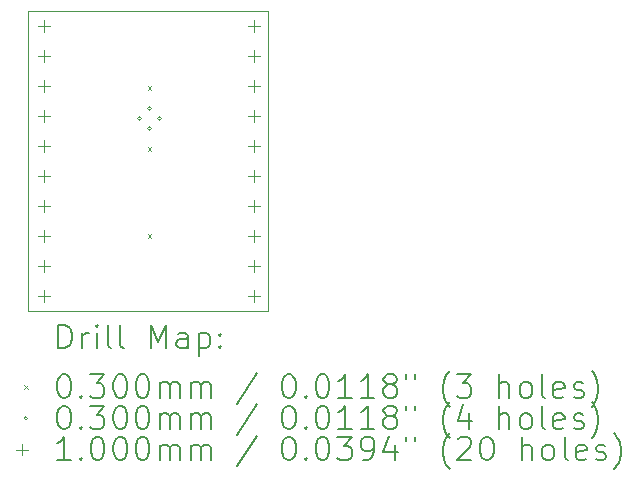
<source format=gbr>
%TF.GenerationSoftware,KiCad,Pcbnew,9.0.6*%
%TF.CreationDate,2026-01-02T14:07:04-06:00*%
%TF.ProjectId,QFN-16_3x3,51464e2d-3136-45f3-9378-332e6b696361,rev?*%
%TF.SameCoordinates,Original*%
%TF.FileFunction,Drillmap*%
%TF.FilePolarity,Positive*%
%FSLAX45Y45*%
G04 Gerber Fmt 4.5, Leading zero omitted, Abs format (unit mm)*
G04 Created by KiCad (PCBNEW 9.0.6) date 2026-01-02 14:07:04*
%MOMM*%
%LPD*%
G01*
G04 APERTURE LIST*
%ADD10C,0.050000*%
%ADD11C,0.200000*%
%ADD12C,0.100000*%
G04 APERTURE END LIST*
D10*
X12052200Y-10795336D02*
X14084200Y-10795336D01*
X14084200Y-13335336D01*
X12052200Y-13335336D01*
X12052200Y-10795336D01*
D11*
D12*
X13066000Y-11427700D02*
X13096000Y-11457700D01*
X13096000Y-11427700D02*
X13066000Y-11457700D01*
X13066000Y-11948400D02*
X13096000Y-11978400D01*
X13096000Y-11948400D02*
X13066000Y-11978400D01*
X13066000Y-12685000D02*
X13096000Y-12715000D01*
X13096000Y-12685000D02*
X13066000Y-12715000D01*
X13011147Y-11702296D02*
G75*
G02*
X12981147Y-11702296I-15000J0D01*
G01*
X12981147Y-11702296D02*
G75*
G02*
X13011147Y-11702296I15000J0D01*
G01*
X13096000Y-11617444D02*
G75*
G02*
X13066000Y-11617444I-15000J0D01*
G01*
X13066000Y-11617444D02*
G75*
G02*
X13096000Y-11617444I15000J0D01*
G01*
X13096000Y-11787149D02*
G75*
G02*
X13066000Y-11787149I-15000J0D01*
G01*
X13066000Y-11787149D02*
G75*
G02*
X13096000Y-11787149I15000J0D01*
G01*
X13180853Y-11702296D02*
G75*
G02*
X13150853Y-11702296I-15000J0D01*
G01*
X13150853Y-11702296D02*
G75*
G02*
X13180853Y-11702296I15000J0D01*
G01*
X12192000Y-10872000D02*
X12192000Y-10972000D01*
X12142000Y-10922000D02*
X12242000Y-10922000D01*
X12192000Y-11126000D02*
X12192000Y-11226000D01*
X12142000Y-11176000D02*
X12242000Y-11176000D01*
X12192000Y-11380000D02*
X12192000Y-11480000D01*
X12142000Y-11430000D02*
X12242000Y-11430000D01*
X12192000Y-11634000D02*
X12192000Y-11734000D01*
X12142000Y-11684000D02*
X12242000Y-11684000D01*
X12192000Y-11888000D02*
X12192000Y-11988000D01*
X12142000Y-11938000D02*
X12242000Y-11938000D01*
X12192000Y-12142000D02*
X12192000Y-12242000D01*
X12142000Y-12192000D02*
X12242000Y-12192000D01*
X12192000Y-12396000D02*
X12192000Y-12496000D01*
X12142000Y-12446000D02*
X12242000Y-12446000D01*
X12192000Y-12650000D02*
X12192000Y-12750000D01*
X12142000Y-12700000D02*
X12242000Y-12700000D01*
X12192000Y-12904000D02*
X12192000Y-13004000D01*
X12142000Y-12954000D02*
X12242000Y-12954000D01*
X12192000Y-13158000D02*
X12192000Y-13258000D01*
X12142000Y-13208000D02*
X12242000Y-13208000D01*
X13970000Y-10872000D02*
X13970000Y-10972000D01*
X13920000Y-10922000D02*
X14020000Y-10922000D01*
X13970000Y-11126000D02*
X13970000Y-11226000D01*
X13920000Y-11176000D02*
X14020000Y-11176000D01*
X13970000Y-11380000D02*
X13970000Y-11480000D01*
X13920000Y-11430000D02*
X14020000Y-11430000D01*
X13970000Y-11634000D02*
X13970000Y-11734000D01*
X13920000Y-11684000D02*
X14020000Y-11684000D01*
X13970000Y-11888000D02*
X13970000Y-11988000D01*
X13920000Y-11938000D02*
X14020000Y-11938000D01*
X13970000Y-12142000D02*
X13970000Y-12242000D01*
X13920000Y-12192000D02*
X14020000Y-12192000D01*
X13970000Y-12396000D02*
X13970000Y-12496000D01*
X13920000Y-12446000D02*
X14020000Y-12446000D01*
X13970000Y-12650000D02*
X13970000Y-12750000D01*
X13920000Y-12700000D02*
X14020000Y-12700000D01*
X13970000Y-12904000D02*
X13970000Y-13004000D01*
X13920000Y-12954000D02*
X14020000Y-12954000D01*
X13970000Y-13158000D02*
X13970000Y-13258000D01*
X13920000Y-13208000D02*
X14020000Y-13208000D01*
D11*
X12310477Y-13649320D02*
X12310477Y-13449320D01*
X12310477Y-13449320D02*
X12358096Y-13449320D01*
X12358096Y-13449320D02*
X12386667Y-13458843D01*
X12386667Y-13458843D02*
X12405715Y-13477891D01*
X12405715Y-13477891D02*
X12415239Y-13496939D01*
X12415239Y-13496939D02*
X12424762Y-13535034D01*
X12424762Y-13535034D02*
X12424762Y-13563605D01*
X12424762Y-13563605D02*
X12415239Y-13601701D01*
X12415239Y-13601701D02*
X12405715Y-13620748D01*
X12405715Y-13620748D02*
X12386667Y-13639796D01*
X12386667Y-13639796D02*
X12358096Y-13649320D01*
X12358096Y-13649320D02*
X12310477Y-13649320D01*
X12510477Y-13649320D02*
X12510477Y-13515986D01*
X12510477Y-13554082D02*
X12520000Y-13535034D01*
X12520000Y-13535034D02*
X12529524Y-13525510D01*
X12529524Y-13525510D02*
X12548572Y-13515986D01*
X12548572Y-13515986D02*
X12567620Y-13515986D01*
X12634286Y-13649320D02*
X12634286Y-13515986D01*
X12634286Y-13449320D02*
X12624762Y-13458843D01*
X12624762Y-13458843D02*
X12634286Y-13468367D01*
X12634286Y-13468367D02*
X12643810Y-13458843D01*
X12643810Y-13458843D02*
X12634286Y-13449320D01*
X12634286Y-13449320D02*
X12634286Y-13468367D01*
X12758096Y-13649320D02*
X12739048Y-13639796D01*
X12739048Y-13639796D02*
X12729524Y-13620748D01*
X12729524Y-13620748D02*
X12729524Y-13449320D01*
X12862858Y-13649320D02*
X12843810Y-13639796D01*
X12843810Y-13639796D02*
X12834286Y-13620748D01*
X12834286Y-13620748D02*
X12834286Y-13449320D01*
X13091429Y-13649320D02*
X13091429Y-13449320D01*
X13091429Y-13449320D02*
X13158096Y-13592177D01*
X13158096Y-13592177D02*
X13224762Y-13449320D01*
X13224762Y-13449320D02*
X13224762Y-13649320D01*
X13405715Y-13649320D02*
X13405715Y-13544558D01*
X13405715Y-13544558D02*
X13396191Y-13525510D01*
X13396191Y-13525510D02*
X13377143Y-13515986D01*
X13377143Y-13515986D02*
X13339048Y-13515986D01*
X13339048Y-13515986D02*
X13320000Y-13525510D01*
X13405715Y-13639796D02*
X13386667Y-13649320D01*
X13386667Y-13649320D02*
X13339048Y-13649320D01*
X13339048Y-13649320D02*
X13320000Y-13639796D01*
X13320000Y-13639796D02*
X13310477Y-13620748D01*
X13310477Y-13620748D02*
X13310477Y-13601701D01*
X13310477Y-13601701D02*
X13320000Y-13582653D01*
X13320000Y-13582653D02*
X13339048Y-13573129D01*
X13339048Y-13573129D02*
X13386667Y-13573129D01*
X13386667Y-13573129D02*
X13405715Y-13563605D01*
X13500953Y-13515986D02*
X13500953Y-13715986D01*
X13500953Y-13525510D02*
X13520000Y-13515986D01*
X13520000Y-13515986D02*
X13558096Y-13515986D01*
X13558096Y-13515986D02*
X13577143Y-13525510D01*
X13577143Y-13525510D02*
X13586667Y-13535034D01*
X13586667Y-13535034D02*
X13596191Y-13554082D01*
X13596191Y-13554082D02*
X13596191Y-13611224D01*
X13596191Y-13611224D02*
X13586667Y-13630272D01*
X13586667Y-13630272D02*
X13577143Y-13639796D01*
X13577143Y-13639796D02*
X13558096Y-13649320D01*
X13558096Y-13649320D02*
X13520000Y-13649320D01*
X13520000Y-13649320D02*
X13500953Y-13639796D01*
X13681905Y-13630272D02*
X13691429Y-13639796D01*
X13691429Y-13639796D02*
X13681905Y-13649320D01*
X13681905Y-13649320D02*
X13672381Y-13639796D01*
X13672381Y-13639796D02*
X13681905Y-13630272D01*
X13681905Y-13630272D02*
X13681905Y-13649320D01*
X13681905Y-13525510D02*
X13691429Y-13535034D01*
X13691429Y-13535034D02*
X13681905Y-13544558D01*
X13681905Y-13544558D02*
X13672381Y-13535034D01*
X13672381Y-13535034D02*
X13681905Y-13525510D01*
X13681905Y-13525510D02*
X13681905Y-13544558D01*
D12*
X12019700Y-13962836D02*
X12049700Y-13992836D01*
X12049700Y-13962836D02*
X12019700Y-13992836D01*
D11*
X12348572Y-13869320D02*
X12367620Y-13869320D01*
X12367620Y-13869320D02*
X12386667Y-13878843D01*
X12386667Y-13878843D02*
X12396191Y-13888367D01*
X12396191Y-13888367D02*
X12405715Y-13907415D01*
X12405715Y-13907415D02*
X12415239Y-13945510D01*
X12415239Y-13945510D02*
X12415239Y-13993129D01*
X12415239Y-13993129D02*
X12405715Y-14031224D01*
X12405715Y-14031224D02*
X12396191Y-14050272D01*
X12396191Y-14050272D02*
X12386667Y-14059796D01*
X12386667Y-14059796D02*
X12367620Y-14069320D01*
X12367620Y-14069320D02*
X12348572Y-14069320D01*
X12348572Y-14069320D02*
X12329524Y-14059796D01*
X12329524Y-14059796D02*
X12320000Y-14050272D01*
X12320000Y-14050272D02*
X12310477Y-14031224D01*
X12310477Y-14031224D02*
X12300953Y-13993129D01*
X12300953Y-13993129D02*
X12300953Y-13945510D01*
X12300953Y-13945510D02*
X12310477Y-13907415D01*
X12310477Y-13907415D02*
X12320000Y-13888367D01*
X12320000Y-13888367D02*
X12329524Y-13878843D01*
X12329524Y-13878843D02*
X12348572Y-13869320D01*
X12500953Y-14050272D02*
X12510477Y-14059796D01*
X12510477Y-14059796D02*
X12500953Y-14069320D01*
X12500953Y-14069320D02*
X12491429Y-14059796D01*
X12491429Y-14059796D02*
X12500953Y-14050272D01*
X12500953Y-14050272D02*
X12500953Y-14069320D01*
X12577143Y-13869320D02*
X12700953Y-13869320D01*
X12700953Y-13869320D02*
X12634286Y-13945510D01*
X12634286Y-13945510D02*
X12662858Y-13945510D01*
X12662858Y-13945510D02*
X12681905Y-13955034D01*
X12681905Y-13955034D02*
X12691429Y-13964558D01*
X12691429Y-13964558D02*
X12700953Y-13983605D01*
X12700953Y-13983605D02*
X12700953Y-14031224D01*
X12700953Y-14031224D02*
X12691429Y-14050272D01*
X12691429Y-14050272D02*
X12681905Y-14059796D01*
X12681905Y-14059796D02*
X12662858Y-14069320D01*
X12662858Y-14069320D02*
X12605715Y-14069320D01*
X12605715Y-14069320D02*
X12586667Y-14059796D01*
X12586667Y-14059796D02*
X12577143Y-14050272D01*
X12824762Y-13869320D02*
X12843810Y-13869320D01*
X12843810Y-13869320D02*
X12862858Y-13878843D01*
X12862858Y-13878843D02*
X12872381Y-13888367D01*
X12872381Y-13888367D02*
X12881905Y-13907415D01*
X12881905Y-13907415D02*
X12891429Y-13945510D01*
X12891429Y-13945510D02*
X12891429Y-13993129D01*
X12891429Y-13993129D02*
X12881905Y-14031224D01*
X12881905Y-14031224D02*
X12872381Y-14050272D01*
X12872381Y-14050272D02*
X12862858Y-14059796D01*
X12862858Y-14059796D02*
X12843810Y-14069320D01*
X12843810Y-14069320D02*
X12824762Y-14069320D01*
X12824762Y-14069320D02*
X12805715Y-14059796D01*
X12805715Y-14059796D02*
X12796191Y-14050272D01*
X12796191Y-14050272D02*
X12786667Y-14031224D01*
X12786667Y-14031224D02*
X12777143Y-13993129D01*
X12777143Y-13993129D02*
X12777143Y-13945510D01*
X12777143Y-13945510D02*
X12786667Y-13907415D01*
X12786667Y-13907415D02*
X12796191Y-13888367D01*
X12796191Y-13888367D02*
X12805715Y-13878843D01*
X12805715Y-13878843D02*
X12824762Y-13869320D01*
X13015239Y-13869320D02*
X13034286Y-13869320D01*
X13034286Y-13869320D02*
X13053334Y-13878843D01*
X13053334Y-13878843D02*
X13062858Y-13888367D01*
X13062858Y-13888367D02*
X13072381Y-13907415D01*
X13072381Y-13907415D02*
X13081905Y-13945510D01*
X13081905Y-13945510D02*
X13081905Y-13993129D01*
X13081905Y-13993129D02*
X13072381Y-14031224D01*
X13072381Y-14031224D02*
X13062858Y-14050272D01*
X13062858Y-14050272D02*
X13053334Y-14059796D01*
X13053334Y-14059796D02*
X13034286Y-14069320D01*
X13034286Y-14069320D02*
X13015239Y-14069320D01*
X13015239Y-14069320D02*
X12996191Y-14059796D01*
X12996191Y-14059796D02*
X12986667Y-14050272D01*
X12986667Y-14050272D02*
X12977143Y-14031224D01*
X12977143Y-14031224D02*
X12967620Y-13993129D01*
X12967620Y-13993129D02*
X12967620Y-13945510D01*
X12967620Y-13945510D02*
X12977143Y-13907415D01*
X12977143Y-13907415D02*
X12986667Y-13888367D01*
X12986667Y-13888367D02*
X12996191Y-13878843D01*
X12996191Y-13878843D02*
X13015239Y-13869320D01*
X13167620Y-14069320D02*
X13167620Y-13935986D01*
X13167620Y-13955034D02*
X13177143Y-13945510D01*
X13177143Y-13945510D02*
X13196191Y-13935986D01*
X13196191Y-13935986D02*
X13224762Y-13935986D01*
X13224762Y-13935986D02*
X13243810Y-13945510D01*
X13243810Y-13945510D02*
X13253334Y-13964558D01*
X13253334Y-13964558D02*
X13253334Y-14069320D01*
X13253334Y-13964558D02*
X13262858Y-13945510D01*
X13262858Y-13945510D02*
X13281905Y-13935986D01*
X13281905Y-13935986D02*
X13310477Y-13935986D01*
X13310477Y-13935986D02*
X13329524Y-13945510D01*
X13329524Y-13945510D02*
X13339048Y-13964558D01*
X13339048Y-13964558D02*
X13339048Y-14069320D01*
X13434286Y-14069320D02*
X13434286Y-13935986D01*
X13434286Y-13955034D02*
X13443810Y-13945510D01*
X13443810Y-13945510D02*
X13462858Y-13935986D01*
X13462858Y-13935986D02*
X13491429Y-13935986D01*
X13491429Y-13935986D02*
X13510477Y-13945510D01*
X13510477Y-13945510D02*
X13520001Y-13964558D01*
X13520001Y-13964558D02*
X13520001Y-14069320D01*
X13520001Y-13964558D02*
X13529524Y-13945510D01*
X13529524Y-13945510D02*
X13548572Y-13935986D01*
X13548572Y-13935986D02*
X13577143Y-13935986D01*
X13577143Y-13935986D02*
X13596191Y-13945510D01*
X13596191Y-13945510D02*
X13605715Y-13964558D01*
X13605715Y-13964558D02*
X13605715Y-14069320D01*
X13996191Y-13859796D02*
X13824763Y-14116939D01*
X14253334Y-13869320D02*
X14272382Y-13869320D01*
X14272382Y-13869320D02*
X14291429Y-13878843D01*
X14291429Y-13878843D02*
X14300953Y-13888367D01*
X14300953Y-13888367D02*
X14310477Y-13907415D01*
X14310477Y-13907415D02*
X14320001Y-13945510D01*
X14320001Y-13945510D02*
X14320001Y-13993129D01*
X14320001Y-13993129D02*
X14310477Y-14031224D01*
X14310477Y-14031224D02*
X14300953Y-14050272D01*
X14300953Y-14050272D02*
X14291429Y-14059796D01*
X14291429Y-14059796D02*
X14272382Y-14069320D01*
X14272382Y-14069320D02*
X14253334Y-14069320D01*
X14253334Y-14069320D02*
X14234286Y-14059796D01*
X14234286Y-14059796D02*
X14224763Y-14050272D01*
X14224763Y-14050272D02*
X14215239Y-14031224D01*
X14215239Y-14031224D02*
X14205715Y-13993129D01*
X14205715Y-13993129D02*
X14205715Y-13945510D01*
X14205715Y-13945510D02*
X14215239Y-13907415D01*
X14215239Y-13907415D02*
X14224763Y-13888367D01*
X14224763Y-13888367D02*
X14234286Y-13878843D01*
X14234286Y-13878843D02*
X14253334Y-13869320D01*
X14405715Y-14050272D02*
X14415239Y-14059796D01*
X14415239Y-14059796D02*
X14405715Y-14069320D01*
X14405715Y-14069320D02*
X14396191Y-14059796D01*
X14396191Y-14059796D02*
X14405715Y-14050272D01*
X14405715Y-14050272D02*
X14405715Y-14069320D01*
X14539048Y-13869320D02*
X14558096Y-13869320D01*
X14558096Y-13869320D02*
X14577144Y-13878843D01*
X14577144Y-13878843D02*
X14586667Y-13888367D01*
X14586667Y-13888367D02*
X14596191Y-13907415D01*
X14596191Y-13907415D02*
X14605715Y-13945510D01*
X14605715Y-13945510D02*
X14605715Y-13993129D01*
X14605715Y-13993129D02*
X14596191Y-14031224D01*
X14596191Y-14031224D02*
X14586667Y-14050272D01*
X14586667Y-14050272D02*
X14577144Y-14059796D01*
X14577144Y-14059796D02*
X14558096Y-14069320D01*
X14558096Y-14069320D02*
X14539048Y-14069320D01*
X14539048Y-14069320D02*
X14520001Y-14059796D01*
X14520001Y-14059796D02*
X14510477Y-14050272D01*
X14510477Y-14050272D02*
X14500953Y-14031224D01*
X14500953Y-14031224D02*
X14491429Y-13993129D01*
X14491429Y-13993129D02*
X14491429Y-13945510D01*
X14491429Y-13945510D02*
X14500953Y-13907415D01*
X14500953Y-13907415D02*
X14510477Y-13888367D01*
X14510477Y-13888367D02*
X14520001Y-13878843D01*
X14520001Y-13878843D02*
X14539048Y-13869320D01*
X14796191Y-14069320D02*
X14681905Y-14069320D01*
X14739048Y-14069320D02*
X14739048Y-13869320D01*
X14739048Y-13869320D02*
X14720001Y-13897891D01*
X14720001Y-13897891D02*
X14700953Y-13916939D01*
X14700953Y-13916939D02*
X14681905Y-13926462D01*
X14986667Y-14069320D02*
X14872382Y-14069320D01*
X14929524Y-14069320D02*
X14929524Y-13869320D01*
X14929524Y-13869320D02*
X14910477Y-13897891D01*
X14910477Y-13897891D02*
X14891429Y-13916939D01*
X14891429Y-13916939D02*
X14872382Y-13926462D01*
X15100953Y-13955034D02*
X15081905Y-13945510D01*
X15081905Y-13945510D02*
X15072382Y-13935986D01*
X15072382Y-13935986D02*
X15062858Y-13916939D01*
X15062858Y-13916939D02*
X15062858Y-13907415D01*
X15062858Y-13907415D02*
X15072382Y-13888367D01*
X15072382Y-13888367D02*
X15081905Y-13878843D01*
X15081905Y-13878843D02*
X15100953Y-13869320D01*
X15100953Y-13869320D02*
X15139048Y-13869320D01*
X15139048Y-13869320D02*
X15158096Y-13878843D01*
X15158096Y-13878843D02*
X15167620Y-13888367D01*
X15167620Y-13888367D02*
X15177144Y-13907415D01*
X15177144Y-13907415D02*
X15177144Y-13916939D01*
X15177144Y-13916939D02*
X15167620Y-13935986D01*
X15167620Y-13935986D02*
X15158096Y-13945510D01*
X15158096Y-13945510D02*
X15139048Y-13955034D01*
X15139048Y-13955034D02*
X15100953Y-13955034D01*
X15100953Y-13955034D02*
X15081905Y-13964558D01*
X15081905Y-13964558D02*
X15072382Y-13974082D01*
X15072382Y-13974082D02*
X15062858Y-13993129D01*
X15062858Y-13993129D02*
X15062858Y-14031224D01*
X15062858Y-14031224D02*
X15072382Y-14050272D01*
X15072382Y-14050272D02*
X15081905Y-14059796D01*
X15081905Y-14059796D02*
X15100953Y-14069320D01*
X15100953Y-14069320D02*
X15139048Y-14069320D01*
X15139048Y-14069320D02*
X15158096Y-14059796D01*
X15158096Y-14059796D02*
X15167620Y-14050272D01*
X15167620Y-14050272D02*
X15177144Y-14031224D01*
X15177144Y-14031224D02*
X15177144Y-13993129D01*
X15177144Y-13993129D02*
X15167620Y-13974082D01*
X15167620Y-13974082D02*
X15158096Y-13964558D01*
X15158096Y-13964558D02*
X15139048Y-13955034D01*
X15253334Y-13869320D02*
X15253334Y-13907415D01*
X15329525Y-13869320D02*
X15329525Y-13907415D01*
X15624763Y-14145510D02*
X15615239Y-14135986D01*
X15615239Y-14135986D02*
X15596191Y-14107415D01*
X15596191Y-14107415D02*
X15586667Y-14088367D01*
X15586667Y-14088367D02*
X15577144Y-14059796D01*
X15577144Y-14059796D02*
X15567620Y-14012177D01*
X15567620Y-14012177D02*
X15567620Y-13974082D01*
X15567620Y-13974082D02*
X15577144Y-13926462D01*
X15577144Y-13926462D02*
X15586667Y-13897891D01*
X15586667Y-13897891D02*
X15596191Y-13878843D01*
X15596191Y-13878843D02*
X15615239Y-13850272D01*
X15615239Y-13850272D02*
X15624763Y-13840748D01*
X15681906Y-13869320D02*
X15805715Y-13869320D01*
X15805715Y-13869320D02*
X15739048Y-13945510D01*
X15739048Y-13945510D02*
X15767620Y-13945510D01*
X15767620Y-13945510D02*
X15786667Y-13955034D01*
X15786667Y-13955034D02*
X15796191Y-13964558D01*
X15796191Y-13964558D02*
X15805715Y-13983605D01*
X15805715Y-13983605D02*
X15805715Y-14031224D01*
X15805715Y-14031224D02*
X15796191Y-14050272D01*
X15796191Y-14050272D02*
X15786667Y-14059796D01*
X15786667Y-14059796D02*
X15767620Y-14069320D01*
X15767620Y-14069320D02*
X15710477Y-14069320D01*
X15710477Y-14069320D02*
X15691429Y-14059796D01*
X15691429Y-14059796D02*
X15681906Y-14050272D01*
X16043810Y-14069320D02*
X16043810Y-13869320D01*
X16129525Y-14069320D02*
X16129525Y-13964558D01*
X16129525Y-13964558D02*
X16120001Y-13945510D01*
X16120001Y-13945510D02*
X16100953Y-13935986D01*
X16100953Y-13935986D02*
X16072382Y-13935986D01*
X16072382Y-13935986D02*
X16053334Y-13945510D01*
X16053334Y-13945510D02*
X16043810Y-13955034D01*
X16253334Y-14069320D02*
X16234287Y-14059796D01*
X16234287Y-14059796D02*
X16224763Y-14050272D01*
X16224763Y-14050272D02*
X16215239Y-14031224D01*
X16215239Y-14031224D02*
X16215239Y-13974082D01*
X16215239Y-13974082D02*
X16224763Y-13955034D01*
X16224763Y-13955034D02*
X16234287Y-13945510D01*
X16234287Y-13945510D02*
X16253334Y-13935986D01*
X16253334Y-13935986D02*
X16281906Y-13935986D01*
X16281906Y-13935986D02*
X16300953Y-13945510D01*
X16300953Y-13945510D02*
X16310477Y-13955034D01*
X16310477Y-13955034D02*
X16320001Y-13974082D01*
X16320001Y-13974082D02*
X16320001Y-14031224D01*
X16320001Y-14031224D02*
X16310477Y-14050272D01*
X16310477Y-14050272D02*
X16300953Y-14059796D01*
X16300953Y-14059796D02*
X16281906Y-14069320D01*
X16281906Y-14069320D02*
X16253334Y-14069320D01*
X16434287Y-14069320D02*
X16415239Y-14059796D01*
X16415239Y-14059796D02*
X16405715Y-14040748D01*
X16405715Y-14040748D02*
X16405715Y-13869320D01*
X16586668Y-14059796D02*
X16567620Y-14069320D01*
X16567620Y-14069320D02*
X16529525Y-14069320D01*
X16529525Y-14069320D02*
X16510477Y-14059796D01*
X16510477Y-14059796D02*
X16500953Y-14040748D01*
X16500953Y-14040748D02*
X16500953Y-13964558D01*
X16500953Y-13964558D02*
X16510477Y-13945510D01*
X16510477Y-13945510D02*
X16529525Y-13935986D01*
X16529525Y-13935986D02*
X16567620Y-13935986D01*
X16567620Y-13935986D02*
X16586668Y-13945510D01*
X16586668Y-13945510D02*
X16596191Y-13964558D01*
X16596191Y-13964558D02*
X16596191Y-13983605D01*
X16596191Y-13983605D02*
X16500953Y-14002653D01*
X16672382Y-14059796D02*
X16691429Y-14069320D01*
X16691429Y-14069320D02*
X16729525Y-14069320D01*
X16729525Y-14069320D02*
X16748572Y-14059796D01*
X16748572Y-14059796D02*
X16758096Y-14040748D01*
X16758096Y-14040748D02*
X16758096Y-14031224D01*
X16758096Y-14031224D02*
X16748572Y-14012177D01*
X16748572Y-14012177D02*
X16729525Y-14002653D01*
X16729525Y-14002653D02*
X16700953Y-14002653D01*
X16700953Y-14002653D02*
X16681906Y-13993129D01*
X16681906Y-13993129D02*
X16672382Y-13974082D01*
X16672382Y-13974082D02*
X16672382Y-13964558D01*
X16672382Y-13964558D02*
X16681906Y-13945510D01*
X16681906Y-13945510D02*
X16700953Y-13935986D01*
X16700953Y-13935986D02*
X16729525Y-13935986D01*
X16729525Y-13935986D02*
X16748572Y-13945510D01*
X16824763Y-14145510D02*
X16834287Y-14135986D01*
X16834287Y-14135986D02*
X16853334Y-14107415D01*
X16853334Y-14107415D02*
X16862858Y-14088367D01*
X16862858Y-14088367D02*
X16872382Y-14059796D01*
X16872382Y-14059796D02*
X16881906Y-14012177D01*
X16881906Y-14012177D02*
X16881906Y-13974082D01*
X16881906Y-13974082D02*
X16872382Y-13926462D01*
X16872382Y-13926462D02*
X16862858Y-13897891D01*
X16862858Y-13897891D02*
X16853334Y-13878843D01*
X16853334Y-13878843D02*
X16834287Y-13850272D01*
X16834287Y-13850272D02*
X16824763Y-13840748D01*
D12*
X12049700Y-14241836D02*
G75*
G02*
X12019700Y-14241836I-15000J0D01*
G01*
X12019700Y-14241836D02*
G75*
G02*
X12049700Y-14241836I15000J0D01*
G01*
D11*
X12348572Y-14133320D02*
X12367620Y-14133320D01*
X12367620Y-14133320D02*
X12386667Y-14142843D01*
X12386667Y-14142843D02*
X12396191Y-14152367D01*
X12396191Y-14152367D02*
X12405715Y-14171415D01*
X12405715Y-14171415D02*
X12415239Y-14209510D01*
X12415239Y-14209510D02*
X12415239Y-14257129D01*
X12415239Y-14257129D02*
X12405715Y-14295224D01*
X12405715Y-14295224D02*
X12396191Y-14314272D01*
X12396191Y-14314272D02*
X12386667Y-14323796D01*
X12386667Y-14323796D02*
X12367620Y-14333320D01*
X12367620Y-14333320D02*
X12348572Y-14333320D01*
X12348572Y-14333320D02*
X12329524Y-14323796D01*
X12329524Y-14323796D02*
X12320000Y-14314272D01*
X12320000Y-14314272D02*
X12310477Y-14295224D01*
X12310477Y-14295224D02*
X12300953Y-14257129D01*
X12300953Y-14257129D02*
X12300953Y-14209510D01*
X12300953Y-14209510D02*
X12310477Y-14171415D01*
X12310477Y-14171415D02*
X12320000Y-14152367D01*
X12320000Y-14152367D02*
X12329524Y-14142843D01*
X12329524Y-14142843D02*
X12348572Y-14133320D01*
X12500953Y-14314272D02*
X12510477Y-14323796D01*
X12510477Y-14323796D02*
X12500953Y-14333320D01*
X12500953Y-14333320D02*
X12491429Y-14323796D01*
X12491429Y-14323796D02*
X12500953Y-14314272D01*
X12500953Y-14314272D02*
X12500953Y-14333320D01*
X12577143Y-14133320D02*
X12700953Y-14133320D01*
X12700953Y-14133320D02*
X12634286Y-14209510D01*
X12634286Y-14209510D02*
X12662858Y-14209510D01*
X12662858Y-14209510D02*
X12681905Y-14219034D01*
X12681905Y-14219034D02*
X12691429Y-14228558D01*
X12691429Y-14228558D02*
X12700953Y-14247605D01*
X12700953Y-14247605D02*
X12700953Y-14295224D01*
X12700953Y-14295224D02*
X12691429Y-14314272D01*
X12691429Y-14314272D02*
X12681905Y-14323796D01*
X12681905Y-14323796D02*
X12662858Y-14333320D01*
X12662858Y-14333320D02*
X12605715Y-14333320D01*
X12605715Y-14333320D02*
X12586667Y-14323796D01*
X12586667Y-14323796D02*
X12577143Y-14314272D01*
X12824762Y-14133320D02*
X12843810Y-14133320D01*
X12843810Y-14133320D02*
X12862858Y-14142843D01*
X12862858Y-14142843D02*
X12872381Y-14152367D01*
X12872381Y-14152367D02*
X12881905Y-14171415D01*
X12881905Y-14171415D02*
X12891429Y-14209510D01*
X12891429Y-14209510D02*
X12891429Y-14257129D01*
X12891429Y-14257129D02*
X12881905Y-14295224D01*
X12881905Y-14295224D02*
X12872381Y-14314272D01*
X12872381Y-14314272D02*
X12862858Y-14323796D01*
X12862858Y-14323796D02*
X12843810Y-14333320D01*
X12843810Y-14333320D02*
X12824762Y-14333320D01*
X12824762Y-14333320D02*
X12805715Y-14323796D01*
X12805715Y-14323796D02*
X12796191Y-14314272D01*
X12796191Y-14314272D02*
X12786667Y-14295224D01*
X12786667Y-14295224D02*
X12777143Y-14257129D01*
X12777143Y-14257129D02*
X12777143Y-14209510D01*
X12777143Y-14209510D02*
X12786667Y-14171415D01*
X12786667Y-14171415D02*
X12796191Y-14152367D01*
X12796191Y-14152367D02*
X12805715Y-14142843D01*
X12805715Y-14142843D02*
X12824762Y-14133320D01*
X13015239Y-14133320D02*
X13034286Y-14133320D01*
X13034286Y-14133320D02*
X13053334Y-14142843D01*
X13053334Y-14142843D02*
X13062858Y-14152367D01*
X13062858Y-14152367D02*
X13072381Y-14171415D01*
X13072381Y-14171415D02*
X13081905Y-14209510D01*
X13081905Y-14209510D02*
X13081905Y-14257129D01*
X13081905Y-14257129D02*
X13072381Y-14295224D01*
X13072381Y-14295224D02*
X13062858Y-14314272D01*
X13062858Y-14314272D02*
X13053334Y-14323796D01*
X13053334Y-14323796D02*
X13034286Y-14333320D01*
X13034286Y-14333320D02*
X13015239Y-14333320D01*
X13015239Y-14333320D02*
X12996191Y-14323796D01*
X12996191Y-14323796D02*
X12986667Y-14314272D01*
X12986667Y-14314272D02*
X12977143Y-14295224D01*
X12977143Y-14295224D02*
X12967620Y-14257129D01*
X12967620Y-14257129D02*
X12967620Y-14209510D01*
X12967620Y-14209510D02*
X12977143Y-14171415D01*
X12977143Y-14171415D02*
X12986667Y-14152367D01*
X12986667Y-14152367D02*
X12996191Y-14142843D01*
X12996191Y-14142843D02*
X13015239Y-14133320D01*
X13167620Y-14333320D02*
X13167620Y-14199986D01*
X13167620Y-14219034D02*
X13177143Y-14209510D01*
X13177143Y-14209510D02*
X13196191Y-14199986D01*
X13196191Y-14199986D02*
X13224762Y-14199986D01*
X13224762Y-14199986D02*
X13243810Y-14209510D01*
X13243810Y-14209510D02*
X13253334Y-14228558D01*
X13253334Y-14228558D02*
X13253334Y-14333320D01*
X13253334Y-14228558D02*
X13262858Y-14209510D01*
X13262858Y-14209510D02*
X13281905Y-14199986D01*
X13281905Y-14199986D02*
X13310477Y-14199986D01*
X13310477Y-14199986D02*
X13329524Y-14209510D01*
X13329524Y-14209510D02*
X13339048Y-14228558D01*
X13339048Y-14228558D02*
X13339048Y-14333320D01*
X13434286Y-14333320D02*
X13434286Y-14199986D01*
X13434286Y-14219034D02*
X13443810Y-14209510D01*
X13443810Y-14209510D02*
X13462858Y-14199986D01*
X13462858Y-14199986D02*
X13491429Y-14199986D01*
X13491429Y-14199986D02*
X13510477Y-14209510D01*
X13510477Y-14209510D02*
X13520001Y-14228558D01*
X13520001Y-14228558D02*
X13520001Y-14333320D01*
X13520001Y-14228558D02*
X13529524Y-14209510D01*
X13529524Y-14209510D02*
X13548572Y-14199986D01*
X13548572Y-14199986D02*
X13577143Y-14199986D01*
X13577143Y-14199986D02*
X13596191Y-14209510D01*
X13596191Y-14209510D02*
X13605715Y-14228558D01*
X13605715Y-14228558D02*
X13605715Y-14333320D01*
X13996191Y-14123796D02*
X13824763Y-14380939D01*
X14253334Y-14133320D02*
X14272382Y-14133320D01*
X14272382Y-14133320D02*
X14291429Y-14142843D01*
X14291429Y-14142843D02*
X14300953Y-14152367D01*
X14300953Y-14152367D02*
X14310477Y-14171415D01*
X14310477Y-14171415D02*
X14320001Y-14209510D01*
X14320001Y-14209510D02*
X14320001Y-14257129D01*
X14320001Y-14257129D02*
X14310477Y-14295224D01*
X14310477Y-14295224D02*
X14300953Y-14314272D01*
X14300953Y-14314272D02*
X14291429Y-14323796D01*
X14291429Y-14323796D02*
X14272382Y-14333320D01*
X14272382Y-14333320D02*
X14253334Y-14333320D01*
X14253334Y-14333320D02*
X14234286Y-14323796D01*
X14234286Y-14323796D02*
X14224763Y-14314272D01*
X14224763Y-14314272D02*
X14215239Y-14295224D01*
X14215239Y-14295224D02*
X14205715Y-14257129D01*
X14205715Y-14257129D02*
X14205715Y-14209510D01*
X14205715Y-14209510D02*
X14215239Y-14171415D01*
X14215239Y-14171415D02*
X14224763Y-14152367D01*
X14224763Y-14152367D02*
X14234286Y-14142843D01*
X14234286Y-14142843D02*
X14253334Y-14133320D01*
X14405715Y-14314272D02*
X14415239Y-14323796D01*
X14415239Y-14323796D02*
X14405715Y-14333320D01*
X14405715Y-14333320D02*
X14396191Y-14323796D01*
X14396191Y-14323796D02*
X14405715Y-14314272D01*
X14405715Y-14314272D02*
X14405715Y-14333320D01*
X14539048Y-14133320D02*
X14558096Y-14133320D01*
X14558096Y-14133320D02*
X14577144Y-14142843D01*
X14577144Y-14142843D02*
X14586667Y-14152367D01*
X14586667Y-14152367D02*
X14596191Y-14171415D01*
X14596191Y-14171415D02*
X14605715Y-14209510D01*
X14605715Y-14209510D02*
X14605715Y-14257129D01*
X14605715Y-14257129D02*
X14596191Y-14295224D01*
X14596191Y-14295224D02*
X14586667Y-14314272D01*
X14586667Y-14314272D02*
X14577144Y-14323796D01*
X14577144Y-14323796D02*
X14558096Y-14333320D01*
X14558096Y-14333320D02*
X14539048Y-14333320D01*
X14539048Y-14333320D02*
X14520001Y-14323796D01*
X14520001Y-14323796D02*
X14510477Y-14314272D01*
X14510477Y-14314272D02*
X14500953Y-14295224D01*
X14500953Y-14295224D02*
X14491429Y-14257129D01*
X14491429Y-14257129D02*
X14491429Y-14209510D01*
X14491429Y-14209510D02*
X14500953Y-14171415D01*
X14500953Y-14171415D02*
X14510477Y-14152367D01*
X14510477Y-14152367D02*
X14520001Y-14142843D01*
X14520001Y-14142843D02*
X14539048Y-14133320D01*
X14796191Y-14333320D02*
X14681905Y-14333320D01*
X14739048Y-14333320D02*
X14739048Y-14133320D01*
X14739048Y-14133320D02*
X14720001Y-14161891D01*
X14720001Y-14161891D02*
X14700953Y-14180939D01*
X14700953Y-14180939D02*
X14681905Y-14190462D01*
X14986667Y-14333320D02*
X14872382Y-14333320D01*
X14929524Y-14333320D02*
X14929524Y-14133320D01*
X14929524Y-14133320D02*
X14910477Y-14161891D01*
X14910477Y-14161891D02*
X14891429Y-14180939D01*
X14891429Y-14180939D02*
X14872382Y-14190462D01*
X15100953Y-14219034D02*
X15081905Y-14209510D01*
X15081905Y-14209510D02*
X15072382Y-14199986D01*
X15072382Y-14199986D02*
X15062858Y-14180939D01*
X15062858Y-14180939D02*
X15062858Y-14171415D01*
X15062858Y-14171415D02*
X15072382Y-14152367D01*
X15072382Y-14152367D02*
X15081905Y-14142843D01*
X15081905Y-14142843D02*
X15100953Y-14133320D01*
X15100953Y-14133320D02*
X15139048Y-14133320D01*
X15139048Y-14133320D02*
X15158096Y-14142843D01*
X15158096Y-14142843D02*
X15167620Y-14152367D01*
X15167620Y-14152367D02*
X15177144Y-14171415D01*
X15177144Y-14171415D02*
X15177144Y-14180939D01*
X15177144Y-14180939D02*
X15167620Y-14199986D01*
X15167620Y-14199986D02*
X15158096Y-14209510D01*
X15158096Y-14209510D02*
X15139048Y-14219034D01*
X15139048Y-14219034D02*
X15100953Y-14219034D01*
X15100953Y-14219034D02*
X15081905Y-14228558D01*
X15081905Y-14228558D02*
X15072382Y-14238082D01*
X15072382Y-14238082D02*
X15062858Y-14257129D01*
X15062858Y-14257129D02*
X15062858Y-14295224D01*
X15062858Y-14295224D02*
X15072382Y-14314272D01*
X15072382Y-14314272D02*
X15081905Y-14323796D01*
X15081905Y-14323796D02*
X15100953Y-14333320D01*
X15100953Y-14333320D02*
X15139048Y-14333320D01*
X15139048Y-14333320D02*
X15158096Y-14323796D01*
X15158096Y-14323796D02*
X15167620Y-14314272D01*
X15167620Y-14314272D02*
X15177144Y-14295224D01*
X15177144Y-14295224D02*
X15177144Y-14257129D01*
X15177144Y-14257129D02*
X15167620Y-14238082D01*
X15167620Y-14238082D02*
X15158096Y-14228558D01*
X15158096Y-14228558D02*
X15139048Y-14219034D01*
X15253334Y-14133320D02*
X15253334Y-14171415D01*
X15329525Y-14133320D02*
X15329525Y-14171415D01*
X15624763Y-14409510D02*
X15615239Y-14399986D01*
X15615239Y-14399986D02*
X15596191Y-14371415D01*
X15596191Y-14371415D02*
X15586667Y-14352367D01*
X15586667Y-14352367D02*
X15577144Y-14323796D01*
X15577144Y-14323796D02*
X15567620Y-14276177D01*
X15567620Y-14276177D02*
X15567620Y-14238082D01*
X15567620Y-14238082D02*
X15577144Y-14190462D01*
X15577144Y-14190462D02*
X15586667Y-14161891D01*
X15586667Y-14161891D02*
X15596191Y-14142843D01*
X15596191Y-14142843D02*
X15615239Y-14114272D01*
X15615239Y-14114272D02*
X15624763Y-14104748D01*
X15786667Y-14199986D02*
X15786667Y-14333320D01*
X15739048Y-14123796D02*
X15691429Y-14266653D01*
X15691429Y-14266653D02*
X15815239Y-14266653D01*
X16043810Y-14333320D02*
X16043810Y-14133320D01*
X16129525Y-14333320D02*
X16129525Y-14228558D01*
X16129525Y-14228558D02*
X16120001Y-14209510D01*
X16120001Y-14209510D02*
X16100953Y-14199986D01*
X16100953Y-14199986D02*
X16072382Y-14199986D01*
X16072382Y-14199986D02*
X16053334Y-14209510D01*
X16053334Y-14209510D02*
X16043810Y-14219034D01*
X16253334Y-14333320D02*
X16234287Y-14323796D01*
X16234287Y-14323796D02*
X16224763Y-14314272D01*
X16224763Y-14314272D02*
X16215239Y-14295224D01*
X16215239Y-14295224D02*
X16215239Y-14238082D01*
X16215239Y-14238082D02*
X16224763Y-14219034D01*
X16224763Y-14219034D02*
X16234287Y-14209510D01*
X16234287Y-14209510D02*
X16253334Y-14199986D01*
X16253334Y-14199986D02*
X16281906Y-14199986D01*
X16281906Y-14199986D02*
X16300953Y-14209510D01*
X16300953Y-14209510D02*
X16310477Y-14219034D01*
X16310477Y-14219034D02*
X16320001Y-14238082D01*
X16320001Y-14238082D02*
X16320001Y-14295224D01*
X16320001Y-14295224D02*
X16310477Y-14314272D01*
X16310477Y-14314272D02*
X16300953Y-14323796D01*
X16300953Y-14323796D02*
X16281906Y-14333320D01*
X16281906Y-14333320D02*
X16253334Y-14333320D01*
X16434287Y-14333320D02*
X16415239Y-14323796D01*
X16415239Y-14323796D02*
X16405715Y-14304748D01*
X16405715Y-14304748D02*
X16405715Y-14133320D01*
X16586668Y-14323796D02*
X16567620Y-14333320D01*
X16567620Y-14333320D02*
X16529525Y-14333320D01*
X16529525Y-14333320D02*
X16510477Y-14323796D01*
X16510477Y-14323796D02*
X16500953Y-14304748D01*
X16500953Y-14304748D02*
X16500953Y-14228558D01*
X16500953Y-14228558D02*
X16510477Y-14209510D01*
X16510477Y-14209510D02*
X16529525Y-14199986D01*
X16529525Y-14199986D02*
X16567620Y-14199986D01*
X16567620Y-14199986D02*
X16586668Y-14209510D01*
X16586668Y-14209510D02*
X16596191Y-14228558D01*
X16596191Y-14228558D02*
X16596191Y-14247605D01*
X16596191Y-14247605D02*
X16500953Y-14266653D01*
X16672382Y-14323796D02*
X16691429Y-14333320D01*
X16691429Y-14333320D02*
X16729525Y-14333320D01*
X16729525Y-14333320D02*
X16748572Y-14323796D01*
X16748572Y-14323796D02*
X16758096Y-14304748D01*
X16758096Y-14304748D02*
X16758096Y-14295224D01*
X16758096Y-14295224D02*
X16748572Y-14276177D01*
X16748572Y-14276177D02*
X16729525Y-14266653D01*
X16729525Y-14266653D02*
X16700953Y-14266653D01*
X16700953Y-14266653D02*
X16681906Y-14257129D01*
X16681906Y-14257129D02*
X16672382Y-14238082D01*
X16672382Y-14238082D02*
X16672382Y-14228558D01*
X16672382Y-14228558D02*
X16681906Y-14209510D01*
X16681906Y-14209510D02*
X16700953Y-14199986D01*
X16700953Y-14199986D02*
X16729525Y-14199986D01*
X16729525Y-14199986D02*
X16748572Y-14209510D01*
X16824763Y-14409510D02*
X16834287Y-14399986D01*
X16834287Y-14399986D02*
X16853334Y-14371415D01*
X16853334Y-14371415D02*
X16862858Y-14352367D01*
X16862858Y-14352367D02*
X16872382Y-14323796D01*
X16872382Y-14323796D02*
X16881906Y-14276177D01*
X16881906Y-14276177D02*
X16881906Y-14238082D01*
X16881906Y-14238082D02*
X16872382Y-14190462D01*
X16872382Y-14190462D02*
X16862858Y-14161891D01*
X16862858Y-14161891D02*
X16853334Y-14142843D01*
X16853334Y-14142843D02*
X16834287Y-14114272D01*
X16834287Y-14114272D02*
X16824763Y-14104748D01*
D12*
X11999700Y-14455836D02*
X11999700Y-14555836D01*
X11949700Y-14505836D02*
X12049700Y-14505836D01*
D11*
X12415239Y-14597320D02*
X12300953Y-14597320D01*
X12358096Y-14597320D02*
X12358096Y-14397320D01*
X12358096Y-14397320D02*
X12339048Y-14425891D01*
X12339048Y-14425891D02*
X12320000Y-14444939D01*
X12320000Y-14444939D02*
X12300953Y-14454462D01*
X12500953Y-14578272D02*
X12510477Y-14587796D01*
X12510477Y-14587796D02*
X12500953Y-14597320D01*
X12500953Y-14597320D02*
X12491429Y-14587796D01*
X12491429Y-14587796D02*
X12500953Y-14578272D01*
X12500953Y-14578272D02*
X12500953Y-14597320D01*
X12634286Y-14397320D02*
X12653334Y-14397320D01*
X12653334Y-14397320D02*
X12672381Y-14406843D01*
X12672381Y-14406843D02*
X12681905Y-14416367D01*
X12681905Y-14416367D02*
X12691429Y-14435415D01*
X12691429Y-14435415D02*
X12700953Y-14473510D01*
X12700953Y-14473510D02*
X12700953Y-14521129D01*
X12700953Y-14521129D02*
X12691429Y-14559224D01*
X12691429Y-14559224D02*
X12681905Y-14578272D01*
X12681905Y-14578272D02*
X12672381Y-14587796D01*
X12672381Y-14587796D02*
X12653334Y-14597320D01*
X12653334Y-14597320D02*
X12634286Y-14597320D01*
X12634286Y-14597320D02*
X12615239Y-14587796D01*
X12615239Y-14587796D02*
X12605715Y-14578272D01*
X12605715Y-14578272D02*
X12596191Y-14559224D01*
X12596191Y-14559224D02*
X12586667Y-14521129D01*
X12586667Y-14521129D02*
X12586667Y-14473510D01*
X12586667Y-14473510D02*
X12596191Y-14435415D01*
X12596191Y-14435415D02*
X12605715Y-14416367D01*
X12605715Y-14416367D02*
X12615239Y-14406843D01*
X12615239Y-14406843D02*
X12634286Y-14397320D01*
X12824762Y-14397320D02*
X12843810Y-14397320D01*
X12843810Y-14397320D02*
X12862858Y-14406843D01*
X12862858Y-14406843D02*
X12872381Y-14416367D01*
X12872381Y-14416367D02*
X12881905Y-14435415D01*
X12881905Y-14435415D02*
X12891429Y-14473510D01*
X12891429Y-14473510D02*
X12891429Y-14521129D01*
X12891429Y-14521129D02*
X12881905Y-14559224D01*
X12881905Y-14559224D02*
X12872381Y-14578272D01*
X12872381Y-14578272D02*
X12862858Y-14587796D01*
X12862858Y-14587796D02*
X12843810Y-14597320D01*
X12843810Y-14597320D02*
X12824762Y-14597320D01*
X12824762Y-14597320D02*
X12805715Y-14587796D01*
X12805715Y-14587796D02*
X12796191Y-14578272D01*
X12796191Y-14578272D02*
X12786667Y-14559224D01*
X12786667Y-14559224D02*
X12777143Y-14521129D01*
X12777143Y-14521129D02*
X12777143Y-14473510D01*
X12777143Y-14473510D02*
X12786667Y-14435415D01*
X12786667Y-14435415D02*
X12796191Y-14416367D01*
X12796191Y-14416367D02*
X12805715Y-14406843D01*
X12805715Y-14406843D02*
X12824762Y-14397320D01*
X13015239Y-14397320D02*
X13034286Y-14397320D01*
X13034286Y-14397320D02*
X13053334Y-14406843D01*
X13053334Y-14406843D02*
X13062858Y-14416367D01*
X13062858Y-14416367D02*
X13072381Y-14435415D01*
X13072381Y-14435415D02*
X13081905Y-14473510D01*
X13081905Y-14473510D02*
X13081905Y-14521129D01*
X13081905Y-14521129D02*
X13072381Y-14559224D01*
X13072381Y-14559224D02*
X13062858Y-14578272D01*
X13062858Y-14578272D02*
X13053334Y-14587796D01*
X13053334Y-14587796D02*
X13034286Y-14597320D01*
X13034286Y-14597320D02*
X13015239Y-14597320D01*
X13015239Y-14597320D02*
X12996191Y-14587796D01*
X12996191Y-14587796D02*
X12986667Y-14578272D01*
X12986667Y-14578272D02*
X12977143Y-14559224D01*
X12977143Y-14559224D02*
X12967620Y-14521129D01*
X12967620Y-14521129D02*
X12967620Y-14473510D01*
X12967620Y-14473510D02*
X12977143Y-14435415D01*
X12977143Y-14435415D02*
X12986667Y-14416367D01*
X12986667Y-14416367D02*
X12996191Y-14406843D01*
X12996191Y-14406843D02*
X13015239Y-14397320D01*
X13167620Y-14597320D02*
X13167620Y-14463986D01*
X13167620Y-14483034D02*
X13177143Y-14473510D01*
X13177143Y-14473510D02*
X13196191Y-14463986D01*
X13196191Y-14463986D02*
X13224762Y-14463986D01*
X13224762Y-14463986D02*
X13243810Y-14473510D01*
X13243810Y-14473510D02*
X13253334Y-14492558D01*
X13253334Y-14492558D02*
X13253334Y-14597320D01*
X13253334Y-14492558D02*
X13262858Y-14473510D01*
X13262858Y-14473510D02*
X13281905Y-14463986D01*
X13281905Y-14463986D02*
X13310477Y-14463986D01*
X13310477Y-14463986D02*
X13329524Y-14473510D01*
X13329524Y-14473510D02*
X13339048Y-14492558D01*
X13339048Y-14492558D02*
X13339048Y-14597320D01*
X13434286Y-14597320D02*
X13434286Y-14463986D01*
X13434286Y-14483034D02*
X13443810Y-14473510D01*
X13443810Y-14473510D02*
X13462858Y-14463986D01*
X13462858Y-14463986D02*
X13491429Y-14463986D01*
X13491429Y-14463986D02*
X13510477Y-14473510D01*
X13510477Y-14473510D02*
X13520001Y-14492558D01*
X13520001Y-14492558D02*
X13520001Y-14597320D01*
X13520001Y-14492558D02*
X13529524Y-14473510D01*
X13529524Y-14473510D02*
X13548572Y-14463986D01*
X13548572Y-14463986D02*
X13577143Y-14463986D01*
X13577143Y-14463986D02*
X13596191Y-14473510D01*
X13596191Y-14473510D02*
X13605715Y-14492558D01*
X13605715Y-14492558D02*
X13605715Y-14597320D01*
X13996191Y-14387796D02*
X13824763Y-14644939D01*
X14253334Y-14397320D02*
X14272382Y-14397320D01*
X14272382Y-14397320D02*
X14291429Y-14406843D01*
X14291429Y-14406843D02*
X14300953Y-14416367D01*
X14300953Y-14416367D02*
X14310477Y-14435415D01*
X14310477Y-14435415D02*
X14320001Y-14473510D01*
X14320001Y-14473510D02*
X14320001Y-14521129D01*
X14320001Y-14521129D02*
X14310477Y-14559224D01*
X14310477Y-14559224D02*
X14300953Y-14578272D01*
X14300953Y-14578272D02*
X14291429Y-14587796D01*
X14291429Y-14587796D02*
X14272382Y-14597320D01*
X14272382Y-14597320D02*
X14253334Y-14597320D01*
X14253334Y-14597320D02*
X14234286Y-14587796D01*
X14234286Y-14587796D02*
X14224763Y-14578272D01*
X14224763Y-14578272D02*
X14215239Y-14559224D01*
X14215239Y-14559224D02*
X14205715Y-14521129D01*
X14205715Y-14521129D02*
X14205715Y-14473510D01*
X14205715Y-14473510D02*
X14215239Y-14435415D01*
X14215239Y-14435415D02*
X14224763Y-14416367D01*
X14224763Y-14416367D02*
X14234286Y-14406843D01*
X14234286Y-14406843D02*
X14253334Y-14397320D01*
X14405715Y-14578272D02*
X14415239Y-14587796D01*
X14415239Y-14587796D02*
X14405715Y-14597320D01*
X14405715Y-14597320D02*
X14396191Y-14587796D01*
X14396191Y-14587796D02*
X14405715Y-14578272D01*
X14405715Y-14578272D02*
X14405715Y-14597320D01*
X14539048Y-14397320D02*
X14558096Y-14397320D01*
X14558096Y-14397320D02*
X14577144Y-14406843D01*
X14577144Y-14406843D02*
X14586667Y-14416367D01*
X14586667Y-14416367D02*
X14596191Y-14435415D01*
X14596191Y-14435415D02*
X14605715Y-14473510D01*
X14605715Y-14473510D02*
X14605715Y-14521129D01*
X14605715Y-14521129D02*
X14596191Y-14559224D01*
X14596191Y-14559224D02*
X14586667Y-14578272D01*
X14586667Y-14578272D02*
X14577144Y-14587796D01*
X14577144Y-14587796D02*
X14558096Y-14597320D01*
X14558096Y-14597320D02*
X14539048Y-14597320D01*
X14539048Y-14597320D02*
X14520001Y-14587796D01*
X14520001Y-14587796D02*
X14510477Y-14578272D01*
X14510477Y-14578272D02*
X14500953Y-14559224D01*
X14500953Y-14559224D02*
X14491429Y-14521129D01*
X14491429Y-14521129D02*
X14491429Y-14473510D01*
X14491429Y-14473510D02*
X14500953Y-14435415D01*
X14500953Y-14435415D02*
X14510477Y-14416367D01*
X14510477Y-14416367D02*
X14520001Y-14406843D01*
X14520001Y-14406843D02*
X14539048Y-14397320D01*
X14672382Y-14397320D02*
X14796191Y-14397320D01*
X14796191Y-14397320D02*
X14729524Y-14473510D01*
X14729524Y-14473510D02*
X14758096Y-14473510D01*
X14758096Y-14473510D02*
X14777144Y-14483034D01*
X14777144Y-14483034D02*
X14786667Y-14492558D01*
X14786667Y-14492558D02*
X14796191Y-14511605D01*
X14796191Y-14511605D02*
X14796191Y-14559224D01*
X14796191Y-14559224D02*
X14786667Y-14578272D01*
X14786667Y-14578272D02*
X14777144Y-14587796D01*
X14777144Y-14587796D02*
X14758096Y-14597320D01*
X14758096Y-14597320D02*
X14700953Y-14597320D01*
X14700953Y-14597320D02*
X14681905Y-14587796D01*
X14681905Y-14587796D02*
X14672382Y-14578272D01*
X14891429Y-14597320D02*
X14929524Y-14597320D01*
X14929524Y-14597320D02*
X14948572Y-14587796D01*
X14948572Y-14587796D02*
X14958096Y-14578272D01*
X14958096Y-14578272D02*
X14977144Y-14549701D01*
X14977144Y-14549701D02*
X14986667Y-14511605D01*
X14986667Y-14511605D02*
X14986667Y-14435415D01*
X14986667Y-14435415D02*
X14977144Y-14416367D01*
X14977144Y-14416367D02*
X14967620Y-14406843D01*
X14967620Y-14406843D02*
X14948572Y-14397320D01*
X14948572Y-14397320D02*
X14910477Y-14397320D01*
X14910477Y-14397320D02*
X14891429Y-14406843D01*
X14891429Y-14406843D02*
X14881905Y-14416367D01*
X14881905Y-14416367D02*
X14872382Y-14435415D01*
X14872382Y-14435415D02*
X14872382Y-14483034D01*
X14872382Y-14483034D02*
X14881905Y-14502082D01*
X14881905Y-14502082D02*
X14891429Y-14511605D01*
X14891429Y-14511605D02*
X14910477Y-14521129D01*
X14910477Y-14521129D02*
X14948572Y-14521129D01*
X14948572Y-14521129D02*
X14967620Y-14511605D01*
X14967620Y-14511605D02*
X14977144Y-14502082D01*
X14977144Y-14502082D02*
X14986667Y-14483034D01*
X15158096Y-14463986D02*
X15158096Y-14597320D01*
X15110477Y-14387796D02*
X15062858Y-14530653D01*
X15062858Y-14530653D02*
X15186667Y-14530653D01*
X15253334Y-14397320D02*
X15253334Y-14435415D01*
X15329525Y-14397320D02*
X15329525Y-14435415D01*
X15624763Y-14673510D02*
X15615239Y-14663986D01*
X15615239Y-14663986D02*
X15596191Y-14635415D01*
X15596191Y-14635415D02*
X15586667Y-14616367D01*
X15586667Y-14616367D02*
X15577144Y-14587796D01*
X15577144Y-14587796D02*
X15567620Y-14540177D01*
X15567620Y-14540177D02*
X15567620Y-14502082D01*
X15567620Y-14502082D02*
X15577144Y-14454462D01*
X15577144Y-14454462D02*
X15586667Y-14425891D01*
X15586667Y-14425891D02*
X15596191Y-14406843D01*
X15596191Y-14406843D02*
X15615239Y-14378272D01*
X15615239Y-14378272D02*
X15624763Y-14368748D01*
X15691429Y-14416367D02*
X15700953Y-14406843D01*
X15700953Y-14406843D02*
X15720001Y-14397320D01*
X15720001Y-14397320D02*
X15767620Y-14397320D01*
X15767620Y-14397320D02*
X15786667Y-14406843D01*
X15786667Y-14406843D02*
X15796191Y-14416367D01*
X15796191Y-14416367D02*
X15805715Y-14435415D01*
X15805715Y-14435415D02*
X15805715Y-14454462D01*
X15805715Y-14454462D02*
X15796191Y-14483034D01*
X15796191Y-14483034D02*
X15681906Y-14597320D01*
X15681906Y-14597320D02*
X15805715Y-14597320D01*
X15929525Y-14397320D02*
X15948572Y-14397320D01*
X15948572Y-14397320D02*
X15967620Y-14406843D01*
X15967620Y-14406843D02*
X15977144Y-14416367D01*
X15977144Y-14416367D02*
X15986667Y-14435415D01*
X15986667Y-14435415D02*
X15996191Y-14473510D01*
X15996191Y-14473510D02*
X15996191Y-14521129D01*
X15996191Y-14521129D02*
X15986667Y-14559224D01*
X15986667Y-14559224D02*
X15977144Y-14578272D01*
X15977144Y-14578272D02*
X15967620Y-14587796D01*
X15967620Y-14587796D02*
X15948572Y-14597320D01*
X15948572Y-14597320D02*
X15929525Y-14597320D01*
X15929525Y-14597320D02*
X15910477Y-14587796D01*
X15910477Y-14587796D02*
X15900953Y-14578272D01*
X15900953Y-14578272D02*
X15891429Y-14559224D01*
X15891429Y-14559224D02*
X15881906Y-14521129D01*
X15881906Y-14521129D02*
X15881906Y-14473510D01*
X15881906Y-14473510D02*
X15891429Y-14435415D01*
X15891429Y-14435415D02*
X15900953Y-14416367D01*
X15900953Y-14416367D02*
X15910477Y-14406843D01*
X15910477Y-14406843D02*
X15929525Y-14397320D01*
X16234287Y-14597320D02*
X16234287Y-14397320D01*
X16320001Y-14597320D02*
X16320001Y-14492558D01*
X16320001Y-14492558D02*
X16310477Y-14473510D01*
X16310477Y-14473510D02*
X16291429Y-14463986D01*
X16291429Y-14463986D02*
X16262858Y-14463986D01*
X16262858Y-14463986D02*
X16243810Y-14473510D01*
X16243810Y-14473510D02*
X16234287Y-14483034D01*
X16443810Y-14597320D02*
X16424763Y-14587796D01*
X16424763Y-14587796D02*
X16415239Y-14578272D01*
X16415239Y-14578272D02*
X16405715Y-14559224D01*
X16405715Y-14559224D02*
X16405715Y-14502082D01*
X16405715Y-14502082D02*
X16415239Y-14483034D01*
X16415239Y-14483034D02*
X16424763Y-14473510D01*
X16424763Y-14473510D02*
X16443810Y-14463986D01*
X16443810Y-14463986D02*
X16472382Y-14463986D01*
X16472382Y-14463986D02*
X16491429Y-14473510D01*
X16491429Y-14473510D02*
X16500953Y-14483034D01*
X16500953Y-14483034D02*
X16510477Y-14502082D01*
X16510477Y-14502082D02*
X16510477Y-14559224D01*
X16510477Y-14559224D02*
X16500953Y-14578272D01*
X16500953Y-14578272D02*
X16491429Y-14587796D01*
X16491429Y-14587796D02*
X16472382Y-14597320D01*
X16472382Y-14597320D02*
X16443810Y-14597320D01*
X16624763Y-14597320D02*
X16605715Y-14587796D01*
X16605715Y-14587796D02*
X16596191Y-14568748D01*
X16596191Y-14568748D02*
X16596191Y-14397320D01*
X16777144Y-14587796D02*
X16758096Y-14597320D01*
X16758096Y-14597320D02*
X16720001Y-14597320D01*
X16720001Y-14597320D02*
X16700953Y-14587796D01*
X16700953Y-14587796D02*
X16691429Y-14568748D01*
X16691429Y-14568748D02*
X16691429Y-14492558D01*
X16691429Y-14492558D02*
X16700953Y-14473510D01*
X16700953Y-14473510D02*
X16720001Y-14463986D01*
X16720001Y-14463986D02*
X16758096Y-14463986D01*
X16758096Y-14463986D02*
X16777144Y-14473510D01*
X16777144Y-14473510D02*
X16786668Y-14492558D01*
X16786668Y-14492558D02*
X16786668Y-14511605D01*
X16786668Y-14511605D02*
X16691429Y-14530653D01*
X16862858Y-14587796D02*
X16881906Y-14597320D01*
X16881906Y-14597320D02*
X16920001Y-14597320D01*
X16920001Y-14597320D02*
X16939049Y-14587796D01*
X16939049Y-14587796D02*
X16948572Y-14568748D01*
X16948572Y-14568748D02*
X16948572Y-14559224D01*
X16948572Y-14559224D02*
X16939049Y-14540177D01*
X16939049Y-14540177D02*
X16920001Y-14530653D01*
X16920001Y-14530653D02*
X16891430Y-14530653D01*
X16891430Y-14530653D02*
X16872382Y-14521129D01*
X16872382Y-14521129D02*
X16862858Y-14502082D01*
X16862858Y-14502082D02*
X16862858Y-14492558D01*
X16862858Y-14492558D02*
X16872382Y-14473510D01*
X16872382Y-14473510D02*
X16891430Y-14463986D01*
X16891430Y-14463986D02*
X16920001Y-14463986D01*
X16920001Y-14463986D02*
X16939049Y-14473510D01*
X17015239Y-14673510D02*
X17024763Y-14663986D01*
X17024763Y-14663986D02*
X17043811Y-14635415D01*
X17043811Y-14635415D02*
X17053334Y-14616367D01*
X17053334Y-14616367D02*
X17062858Y-14587796D01*
X17062858Y-14587796D02*
X17072382Y-14540177D01*
X17072382Y-14540177D02*
X17072382Y-14502082D01*
X17072382Y-14502082D02*
X17062858Y-14454462D01*
X17062858Y-14454462D02*
X17053334Y-14425891D01*
X17053334Y-14425891D02*
X17043811Y-14406843D01*
X17043811Y-14406843D02*
X17024763Y-14378272D01*
X17024763Y-14378272D02*
X17015239Y-14368748D01*
M02*

</source>
